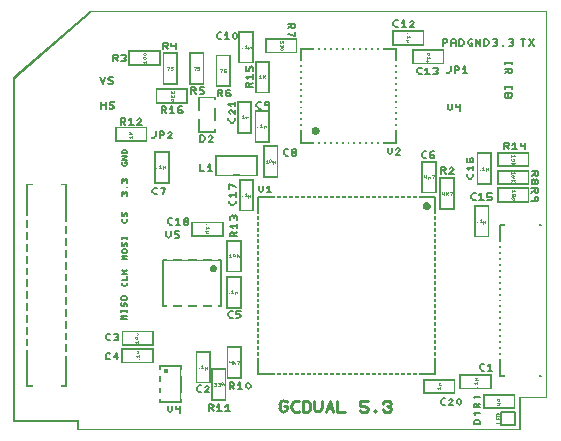
<source format=gto>
G04*
G04 Format:               Gerber RS-274X*
G04 Export Settings:      OSH Park*
G04 Layer:                TopSilkscreen*
G04 This File Name:       GC_DUAL_FINAL_testffc_ADV.gto*
G04 Source File Name:     GC_DUAL_FINAL_testffc_ADV.rrb*
G04 Unique ID:            4e2d7a6f-c949-47f3-acdd-e5fe3011063f*
G04 Generated Date:       Friday, 30 March 2018 12:58:07*
G04*
G04 Created Using:        Robot Room Copper Connection v3.0.5875*
G04 Software Contact:     http://www.robotroom.com/CopperConnection/Support.aspx*
G04 License Number:       1880*
G04*
G04 Zero Suppression:     Leading*
G04 Number Precision:     2.4*
G04*
%FSLAX24Y24*%
%MOIN*%
%LNTopSilkscreen*%
%ADD10C,.0032*%
%ADD11C,.0056*%
%ADD12C,.006*%
%ADD13C,.007*%
%ADD14C,.009*%
%ADD15C,.0571*%
%ADD16C,.1398*%
%ADD17R,.006X.006*%
%ADD18R,.007X.007*%
%ADD19R,.0453X.0453*%
%ADD20R,.0551X.0551*%
%ADD21R,.011X.0591*%
%ADD22R,.0118X.0551*%
%ADD23R,.0236X.061*%
%ADD24R,.0354X.0276*%
%ADD25R,.0354X.0354*%
%ADD26R,.0394X.0197*%
%ADD27R,.0492X.0118*%
%ADD28R,.0531X.061*%
%ADD29R,.0551X.0118*%
%ADD30R,.0591X.011*%
%ADD31R,.0603X.0787*%
%ADD32R,.063X.0157*%
%ADD33R,.0787X.0603*%
%ADD34R,.0945X.0709*%
%ADD35R,.1181X.0787*%
G36*
G01X11637Y7315D02*
X11594Y7321D01*
X11556Y7341D01*
X11525Y7371D01*
X11506Y7410D01*
X11499Y7452D01*
X11506Y7495D01*
X11525Y7533D01*
X11556Y7564D01*
X11594Y7584D01*
X11637Y7590D01*
X11679Y7584D01*
X11718Y7564D01*
X11748Y7533D01*
X11768Y7495D01*
X11774Y7452D01*
X11768Y7410D01*
X11748Y7371D01*
X11718Y7341D01*
X11679Y7321D01*
X11637Y7315D01*
G37*
G36*
G75*
X7931Y10088D02*
G02I0J-138D01*
G37*
G36*
G01X4398Y5361D02*
G02I123J0D01*
G37*
G36*
G01X2933Y2029D02*
G02I0J-79D01*
G37*
D10*
G01X12077Y1259D02*
X12081D01*
X12012Y1350D02*
X11978Y1385D01*
X12081D01*
Y1350D02*
Y1419D01*
X12029Y1545D02*
X12046D01*
G74*
G02X12081Y1510I0J34D01*
X12046Y1476I34J0D01*
G01X12029D01*
X12124D01*
X12029Y1545D02*
X12089D01*
X4548Y1565D02*
X4582D01*
X4591Y1564D01*
X4599Y1562D01*
X4606Y1558D01*
X4612Y1552D01*
X4615Y1546D01*
X4616Y1539D01*
X4615Y1533D01*
X4612Y1526D01*
X4606Y1521D01*
X4599Y1517D01*
X4591Y1514D01*
X4582D01*
X4591Y1513D01*
X4599Y1510D01*
X4606Y1506D01*
X4612Y1501D01*
X4615Y1494D01*
X4616Y1488D01*
X4615Y1481D01*
X4612Y1475D01*
X4606Y1469D01*
X4599Y1465D01*
X4591Y1463D01*
X4582Y1462D01*
X4548D01*
X4673Y1565D02*
X4707D01*
X4716Y1564D01*
X4725Y1562D01*
X4732Y1558D01*
X4737Y1552D01*
X4741Y1546D01*
X4742Y1539D01*
X4741Y1533D01*
X4737Y1526D01*
X4732Y1521D01*
X4725Y1517D01*
X4716Y1514D01*
X4707D01*
X4716Y1513D01*
X4725Y1510D01*
X4732Y1506D01*
X4737Y1501D01*
X4741Y1494D01*
X4742Y1488D01*
X4741Y1481D01*
X4737Y1475D01*
X4732Y1469D01*
X4725Y1465D01*
X4716Y1463D01*
X4707Y1462D01*
X4673D01*
X4798Y1531D02*
G02X4833Y1565I34J0D01*
X4867Y1531I0J34D01*
G01Y1496D01*
G02X4833Y1462I34J0D01*
X4798Y1496I0J34D01*
G01Y1531D01*
X5126Y2291D02*
Y2188D01*
Y2240D02*
X5057D01*
Y2291D01*
X5183D02*
Y2188D01*
X5252D02*
X5209Y2240D01*
X5252Y2291D01*
X5308D02*
X5377D01*
X5343Y2188D01*
X2031Y2337D02*
X2035D01*
X1966Y2428D02*
X1931Y2462D01*
X2035D01*
Y2428D02*
Y2496D01*
X1983Y2622D02*
X2000D01*
G02X2035Y2588I0J34D01*
X2000Y2553I34J0D01*
G01X1983D01*
X13295Y1433D02*
X13299D01*
X13230Y1524D02*
X13195Y1558D01*
X13299D01*
Y1524D02*
Y1593D01*
X13247Y1718D02*
X13264D01*
G02X13299Y1684I0J34D01*
X13264Y1649I34J0D01*
G01X13247D01*
X13342D01*
X13247Y1718D02*
X13307D01*
X1949Y2892D02*
X1915Y2927D01*
X2018D01*
Y2892D02*
Y2961D01*
X1949Y3018D02*
G02X1915Y3052I0J34D01*
X1949Y3086I34J0D01*
G01X1984D01*
G02X2018Y3052I0J34D01*
X1984Y3018I34J0D01*
G01X1949D01*
X1967Y3212D02*
X1984D01*
G02X2018Y3178I0J34D01*
X1984Y3143I34J0D01*
G01X1967D01*
X4026Y2042D02*
Y2039D01*
X4117Y2108D02*
X4152Y2142D01*
Y2039D01*
X4117D02*
X4186D01*
X4312Y2090D02*
Y2073D01*
G02X4277Y2039I34J0D01*
X4243Y2073I0J34D01*
G01Y2090D01*
Y1996D01*
X4312Y2090D02*
Y2030D01*
X5028Y4551D02*
Y4548D01*
X5119Y4617D02*
X5153Y4651D01*
Y4548D01*
X5119D02*
X5188D01*
X5313Y4600D02*
Y4582D01*
G02X5279Y4548I34J0D01*
X5244Y4582I0J34D01*
G01Y4600D01*
Y4505D01*
X5313Y4600D02*
Y4539D01*
X12222Y7917D02*
Y7814D01*
Y7866D02*
X12153D01*
Y7917D01*
X12278D02*
Y7814D01*
X12347D02*
X12304Y7866D01*
X12347Y7917D01*
X12404D02*
X12473D01*
X12438Y7814D01*
X11611Y8486D02*
Y8382D01*
Y8434D02*
X11542D01*
Y8486D01*
X11736Y8434D02*
Y8417D01*
G02X11702Y8382I34J0D01*
X11667Y8417I0J34D01*
G01Y8434D01*
Y8339D01*
X11736Y8434D02*
Y8374D01*
X11793Y8486D02*
X11862D01*
X11827Y8382D01*
X13305Y6912D02*
Y6909D01*
X13396Y6978D02*
X13431Y7012D01*
Y6909D01*
X13396D02*
X13465D01*
X13591Y6961D02*
Y6943D01*
G02X13556Y6909I34J0D01*
X13522Y6943I0J34D01*
G01Y6961D01*
Y6866D01*
X13591Y6961D02*
Y6900D01*
X5470Y7778D02*
Y7775D01*
X5562Y7844D02*
X5596Y7878D01*
Y7775D01*
X5562D02*
X5630D01*
X5756Y7827D02*
Y7809D01*
G02X5721Y7775I34J0D01*
X5687Y7809I0J34D01*
G01Y7827D01*
Y7732D01*
X5756Y7827D02*
Y7766D01*
X6266Y8963D02*
X6301Y8998D01*
Y8894D01*
X6266D02*
X6335D01*
X6392Y8963D02*
G02X6426Y8998I34J0D01*
X6461Y8963I0J34D01*
G01Y8929D01*
G02X6426Y8894I34J0D01*
X6392Y8929I0J34D01*
G01Y8963D01*
X6586Y8946D02*
Y8929D01*
G02X6552Y8894I34J0D01*
X6517Y8929I0J34D01*
G01Y8946D01*
Y8851D01*
X6586Y8946D02*
Y8886D01*
X10975Y13214D02*
X10971D01*
X11040Y13123D02*
X11075Y13089D01*
X10971D01*
Y13123D02*
Y13055D01*
X11023Y12929D02*
X11006D01*
G02X10971Y12964I0J34D01*
X11006Y12998I34J0D01*
G01X11023D01*
X10928D01*
X11023Y12929D02*
X10963D01*
X5474Y12717D02*
Y12713D01*
X5565Y12782D02*
X5600Y12817D01*
Y12713D01*
X5565D02*
X5634D01*
X5760Y12765D02*
Y12748D01*
G02X5725Y12713I34J0D01*
X5691Y12748I0J34D01*
G01Y12765D01*
Y12670D01*
X5760Y12765D02*
Y12705D01*
X2974Y12097D02*
X3043D01*
X3008Y11994D01*
X3134Y12045D02*
X3143D01*
X3151Y12042D01*
X3158Y12038D01*
X3164Y12032D01*
X3167Y12026D01*
X3168Y12020D01*
X3167Y12013D01*
X3164Y12007D01*
X3158Y12001D01*
X3151Y11997D01*
X3143Y11995D01*
X3134Y11994D01*
X3099D01*
X3134Y12045D02*
X3099D01*
Y12063D01*
Y12097D01*
X3168D01*
X3860D02*
X3928D01*
X3894Y11994D01*
X4020Y12045D02*
X4028D01*
X4037Y12042D01*
X4044Y12038D01*
X4049Y12032D01*
X4053Y12026D01*
X4054Y12020D01*
X4053Y12013D01*
X4049Y12007D01*
X4044Y12001D01*
X4037Y11997D01*
X4028Y11995D01*
X4020Y11994D01*
X3985D01*
X4020Y12045D02*
X3985D01*
Y12063D01*
Y12097D01*
X4054D01*
X4745Y12008D02*
X4814D01*
X4780Y11905D01*
X4905Y11956D02*
X4914D01*
X4923Y11953D01*
X4930Y11949D01*
X4935Y11944D01*
X4939Y11937D01*
X4940Y11931D01*
X4939Y11924D01*
X4935Y11918D01*
X4930Y11912D01*
X4923Y11908D01*
X4914Y11906D01*
X4905Y11905D01*
X4871D01*
X4905Y11956D02*
X4871D01*
Y11974D01*
Y12008D01*
X4940D01*
X2222Y12225D02*
X2187Y12259D01*
X2291D01*
Y12225D02*
Y12294D01*
X2222Y12350D02*
G02X2187Y12385I0J34D01*
X2222Y12419I34J0D01*
G01X2256D01*
G02X2291Y12385I0J34D01*
X2256Y12350I34J0D01*
G01X2222D01*
Y12476D02*
G02X2187Y12510I0J34D01*
X2222Y12545I34J0D01*
G01X2256D01*
G02X2291Y12510I0J34D01*
X2256Y12476I34J0D01*
G01X2222D01*
X14527Y8584D02*
X14562Y8550D01*
X14458D01*
Y8584D02*
Y8516D01*
X14527Y8459D02*
G02X14562Y8424I0J34D01*
X14527Y8390I34J0D01*
G01X14493D01*
G02X14458Y8424I0J34D01*
X14493Y8459I34J0D01*
G01X14527D01*
X14562Y8333D02*
X14458D01*
Y8265D02*
X14510Y8308D01*
X14562Y8265D01*
X14532Y7981D02*
X14567Y7947D01*
X14463D01*
Y7981D02*
Y7912D01*
X14515Y7821D02*
X14514Y7812D01*
X14512Y7804D01*
X14508Y7797D01*
X14502Y7791D01*
X14496Y7788D01*
X14489Y7787D01*
X14483Y7788D01*
X14476Y7791D01*
X14471Y7797D01*
X14467Y7804D01*
X14464Y7812D01*
X14463Y7821D01*
X14464Y7830D01*
X14467Y7838D01*
X14471Y7845D01*
X14476Y7851D01*
X14483Y7854D01*
X14489Y7856D01*
X14496Y7854D01*
X14502Y7851D01*
X14508Y7845D01*
X14512Y7838D01*
X14514Y7830D01*
X14515Y7821D01*
X14567D02*
X14566Y7812D01*
X14563Y7804D01*
X14559Y7797D01*
X14554Y7791D01*
X14548Y7788D01*
X14541Y7787D01*
X14534Y7788D01*
X14528Y7791D01*
X14523Y7797D01*
X14519Y7804D01*
X14516Y7812D01*
X14515Y7821D01*
X14516Y7830D01*
X14519Y7838D01*
X14523Y7845D01*
X14528Y7851D01*
X14534Y7854D01*
X14541Y7856D01*
X14548Y7854D01*
X14554Y7851D01*
X14559Y7845D01*
X14563Y7838D01*
X14566Y7830D01*
X14567Y7821D01*
X14532Y7730D02*
G02X14567Y7696I0J34D01*
X14532Y7661I34J0D01*
G01X14498D01*
G02X14463Y7696I0J34D01*
X14498Y7730I34J0D01*
G01X14532D01*
X14527Y9145D02*
X14562Y9111D01*
X14458D01*
Y9145D02*
Y9076D01*
X14527Y9020D02*
G02X14562Y8985I0J34D01*
X14527Y8951I34J0D01*
G01X14493D01*
G02X14458Y8985I0J34D01*
X14493Y9020I34J0D01*
G01X14527D01*
X14562Y8894D02*
X14458D01*
Y8825D02*
X14510Y8868D01*
X14562Y8825D01*
X13393Y8662D02*
Y8659D01*
X13484Y8728D02*
X13518Y8762D01*
Y8659D01*
X13484D02*
X13553D01*
X13678Y8710D02*
Y8693D01*
G02X13644Y8659I34J0D01*
X13609Y8693I0J34D01*
G01Y8710D01*
Y8616D01*
X13678Y8710D02*
Y8650D01*
X2621Y8732D02*
Y8729D01*
X2712Y8798D02*
X2746Y8832D01*
Y8729D01*
X2712D02*
X2781D01*
X2906Y8780D02*
Y8763D01*
G02X2872Y8729I34J0D01*
X2837Y8763I0J34D01*
G01Y8780D01*
Y8686D01*
X2906Y8780D02*
Y8720D01*
X5989Y10087D02*
Y10084D01*
X6080Y10153D02*
X6115Y10187D01*
Y10084D01*
X6080D02*
X6149D01*
X6275Y10135D02*
Y10118D01*
G02X6240Y10084I34J0D01*
X6206Y10118I0J34D01*
G01Y10135D01*
Y10041D01*
X6275Y10135D02*
Y10075D01*
X11644Y12645D02*
X11640D01*
X11709Y12554D02*
G02X11744Y12520I0J34D01*
X11709Y12485I34J0D01*
G01X11675D01*
G02X11640Y12520I0J34D01*
X11675Y12554I34J0D01*
G01X11709D01*
Y12429D02*
X11744Y12394D01*
X11640D01*
Y12429D02*
Y12360D01*
X11692Y12234D02*
X11675D01*
G02X11640Y12269I0J34D01*
X11675Y12303I34J0D01*
G01X11692D01*
X11597D01*
X11692Y12234D02*
X11632D01*
X13983Y897D02*
X14086D01*
X14034D02*
Y829D01*
X13983D01*
X14017Y954D02*
G02X13983Y989I0J34D01*
X14017Y1023I34J0D01*
G01X14052D01*
G02X14086Y989I0J34D01*
X14052Y954I34J0D01*
G01X14017D01*
X13955Y216D02*
X14059D01*
Y285D01*
Y411D02*
Y342D01*
X13955D01*
Y411D01*
X14007Y342D02*
Y393D01*
X13955Y467D02*
Y502D01*
G02X13990Y536I34J0D01*
G01X14024D01*
G02X14059Y502I0J34D01*
G01Y467D01*
X13955D01*
X1749Y9725D02*
X1714Y9760D01*
X1818D01*
Y9725D02*
Y9794D01*
X1714Y9851D02*
X1818D01*
Y9920D02*
X1766Y9876D01*
X1714Y9920D01*
X5050Y5822D02*
X5085Y5856D01*
Y5753D01*
X5050D02*
X5119D01*
X5176Y5822D02*
G02X5210Y5856I34J0D01*
X5245Y5822I0J34D01*
G01Y5787D01*
G02X5210Y5753I34J0D01*
X5176Y5787I0J34D01*
G01Y5822D01*
X5301Y5856D02*
Y5753D01*
X5370D02*
X5327Y5805D01*
X5370Y5856D01*
X4282Y6837D02*
X4278D01*
X4347Y6745D02*
X4382Y6711D01*
X4278D01*
Y6745D02*
Y6677D01*
X4330Y6551D02*
X4313D01*
G02X4278Y6586I0J34D01*
X4313Y6620I34J0D01*
G01X4330D01*
X4235D01*
X4330Y6551D02*
X4270D01*
X6799Y12923D02*
X6798Y12914D01*
X6795Y12906D01*
X6791Y12898D01*
X6786Y12893D01*
X6779Y12890D01*
X6773Y12888D01*
X6766Y12890D01*
X6760Y12893D01*
X6754Y12898D01*
X6750Y12906D01*
X6748Y12914D01*
X6747Y12923D01*
Y12957D01*
X6799Y12923D02*
Y12957D01*
X6816D01*
X6850D01*
Y12888D01*
Y12832D02*
Y12797D01*
X6849Y12788D01*
X6847Y12780D01*
X6843Y12773D01*
X6837Y12767D01*
X6831Y12764D01*
X6824Y12763D01*
X6818Y12764D01*
X6811Y12767D01*
X6806Y12773D01*
X6802Y12780D01*
X6799Y12788D01*
Y12797D01*
X6798Y12788D01*
X6795Y12780D01*
X6791Y12773D01*
X6786Y12767D01*
X6779Y12764D01*
X6773Y12763D01*
X6766Y12764D01*
X6760Y12767D01*
X6754Y12773D01*
X6750Y12780D01*
X6748Y12788D01*
X6747Y12797D01*
Y12832D01*
X6816Y12706D02*
G02X6850Y12672I0J34D01*
X6816Y12637I34J0D01*
G01X6781D01*
G02X6747Y12672I0J34D01*
X6781Y12706I34J0D01*
G01X6816D01*
X6055Y11786D02*
X6089Y11821D01*
Y11717D01*
X6055D02*
X6123D01*
X6180Y11821D02*
Y11717D01*
X6249D02*
X6206Y11769D01*
X6249Y11821D01*
X5470Y10448D02*
X5504Y10482D01*
Y10379D01*
X5470D02*
X5539D01*
X5664Y10431D02*
Y10413D01*
G02X5630Y10379I34J0D01*
X5595Y10413I0J34D01*
G01Y10431D01*
X3208Y11279D02*
Y11244D01*
Y11235D01*
X3205Y11227D01*
X3201Y11220D01*
X3196Y11214D01*
X3189Y11211D01*
X3183Y11210D01*
X3176Y11211D01*
X3170Y11214D01*
X3164Y11220D01*
X3160Y11227D01*
X3158Y11235D01*
X3157Y11244D01*
X3156Y11235D01*
X3153Y11227D01*
X3149Y11220D01*
X3144Y11214D01*
X3138Y11211D01*
X3131Y11210D01*
X3124Y11211D01*
X3118Y11214D01*
X3113Y11220D01*
X3109Y11227D01*
X3106Y11235D01*
X3105Y11244D01*
Y11279D01*
X3208Y11153D02*
Y11119D01*
Y11110D01*
X3205Y11101D01*
X3201Y11094D01*
X3196Y11089D01*
X3189Y11085D01*
X3183Y11084D01*
X3176Y11085D01*
X3170Y11089D01*
X3164Y11094D01*
X3160Y11101D01*
X3158Y11110D01*
X3157Y11119D01*
X3156Y11110D01*
X3153Y11101D01*
X3149Y11094D01*
X3144Y11089D01*
X3138Y11085D01*
X3131Y11084D01*
X3124Y11085D01*
X3118Y11089D01*
X3113Y11094D01*
X3109Y11101D01*
X3106Y11110D01*
X3105Y11119D01*
Y11153D01*
X3174Y11028D02*
G02X3208Y10993I0J34D01*
X3174Y10959I34J0D01*
G01X3140D01*
G02X3105Y10993I0J34D01*
X3140Y11028I34J0D01*
G01X3174D01*
D11*
X1572Y8876D02*
Y8905D01*
X1646D01*
Y8846D01*
G02X1587Y8787I59J0D01*
G01X1528D01*
G02X1469Y8846I0J59D01*
G01Y8905D01*
X1646Y9002D02*
X1469D01*
X1646Y9120D01*
X1469D01*
Y9217D02*
Y9276D01*
G02X1528Y9335I59J0D01*
G01X1587D01*
G02X1646Y9276I0J59D01*
G01Y9217D01*
X1469D01*
Y7803D02*
Y7862D01*
X1470Y7875D01*
X1474Y7888D01*
X1479Y7899D01*
X1486Y7908D01*
X1495Y7915D01*
X1513Y7921D01*
X1523Y7919D01*
X1533Y7915D01*
X1541Y7908D01*
X1548Y7898D01*
X1554Y7887D01*
X1558Y7862D01*
X1559Y7875D01*
X1562Y7888D01*
X1568Y7899D01*
X1575Y7908D01*
X1583Y7915D01*
X1602Y7921D01*
X1612Y7919D01*
X1621Y7915D01*
X1630Y7908D01*
X1637Y7898D01*
X1642Y7887D01*
X1646Y7862D01*
Y7803D01*
X1640Y8077D02*
X1646D01*
X1469Y8233D02*
Y8292D01*
X1470Y8305D01*
X1474Y8318D01*
X1479Y8329D01*
X1486Y8339D01*
X1495Y8346D01*
X1513Y8351D01*
X1523Y8350D01*
X1533Y8345D01*
X1541Y8338D01*
X1548Y8328D01*
X1554Y8317D01*
X1558Y8292D01*
X1559Y8305D01*
X1562Y8318D01*
X1568Y8329D01*
X1575Y8339D01*
X1583Y8346D01*
X1602Y8351D01*
X1612Y8350D01*
X1621Y8345D01*
X1630Y8338D01*
X1637Y8328D01*
X1642Y8317D01*
X1646Y8292D01*
Y8233D01*
Y7015D02*
Y6956D01*
G02X1587Y6897I59J0D01*
G01X1528D01*
G02X1469Y6956I0J59D01*
G01Y7015D01*
X1558Y7171D02*
X1559Y7185D01*
X1562Y7197D01*
X1568Y7209D01*
X1575Y7218D01*
X1583Y7225D01*
X1602Y7230D01*
X1612Y7229D01*
X1621Y7224D01*
X1630Y7217D01*
X1637Y7208D01*
X1642Y7196D01*
X1646Y7171D01*
Y7118D01*
G02X1640Y7112I6J0D01*
G01X1558Y7171D02*
X1557Y7158D01*
X1553Y7145D01*
X1548Y7134D01*
X1541Y7125D01*
X1532Y7118D01*
X1513Y7112D01*
X1503Y7114D01*
X1494Y7118D01*
X1485Y7126D01*
X1478Y7135D01*
X1473Y7147D01*
X1469Y7171D01*
Y7225D01*
G02X1475Y7230I6J0D01*
G01X1646Y5677D02*
X1469D01*
Y5686D01*
X1528Y5736D01*
X1469Y5786D01*
Y5795D01*
X1646D01*
X1469Y5921D02*
Y5980D01*
G02X1499Y6010I30J0D01*
G01X1617D01*
G02X1646Y5980I0J30D01*
G01Y5921D01*
G02X1617Y5892I30J0D01*
G01X1499D01*
G02X1469Y5921I0J30D01*
G01X1558Y6166D02*
X1559Y6179D01*
X1562Y6192D01*
X1568Y6203D01*
X1575Y6213D01*
X1583Y6220D01*
X1602Y6225D01*
X1612Y6224D01*
X1621Y6219D01*
X1630Y6212D01*
X1637Y6202D01*
X1642Y6191D01*
X1646Y6166D01*
Y6113D01*
G02X1640Y6107I6J0D01*
G01X1558Y6166D02*
X1557Y6153D01*
X1553Y6140D01*
X1548Y6129D01*
X1541Y6119D01*
X1532Y6112D01*
X1513Y6107D01*
X1503Y6109D01*
X1494Y6113D01*
X1485Y6120D01*
X1478Y6130D01*
X1473Y6141D01*
X1469Y6166D01*
Y6219D01*
G02X1475Y6225I6J0D01*
G01X1469Y6352D02*
Y6411D01*
X1646Y6352D02*
Y6411D01*
X1469Y6381D02*
X1646D01*
Y4889D02*
Y4830D01*
G02X1587Y4771I59J0D01*
G01X1528D01*
G02X1469Y4830I0J59D01*
G01Y4889D01*
Y4986D02*
X1646D01*
Y5105D01*
X1469Y5202D02*
X1646D01*
Y5320D02*
X1558Y5246D01*
X1469Y5320D01*
X1627Y3679D02*
X1450D01*
Y3688D01*
X1509Y3738D01*
X1450Y3789D01*
Y3797D01*
X1627D01*
X1450Y3924D02*
Y3983D01*
X1627Y3924D02*
Y3983D01*
X1450Y3954D02*
X1627D01*
X1538Y4169D02*
X1540Y4182D01*
X1543Y4195D01*
X1548Y4206D01*
X1556Y4215D01*
X1564Y4222D01*
X1583Y4228D01*
X1593Y4226D01*
X1602Y4222D01*
X1611Y4214D01*
X1618Y4205D01*
X1623Y4193D01*
X1627Y4169D01*
Y4115D01*
G02X1621Y4110I6J0D01*
G01X1538Y4169D02*
X1537Y4155D01*
X1534Y4143D01*
X1529Y4131D01*
X1521Y4122D01*
X1513Y4115D01*
X1494Y4110D01*
X1484Y4111D01*
X1475Y4116D01*
X1466Y4123D01*
X1459Y4132D01*
X1454Y4144D01*
X1450Y4169D01*
Y4222D01*
G02X1456Y4228I6J0D01*
G01X1450Y4354D02*
Y4413D01*
G02X1479Y4443I30J0D01*
G01X1598D01*
G02X1627Y4413I0J30D01*
G01Y4354D01*
G02X1598Y4325I30J0D01*
G01X1479D01*
G02X1450Y4354I0J30D01*
D12*
G01X6017Y7753D02*
Y1847D01*
X11922D02*
Y7753D01*
X6017D01*
Y1847D02*
X11922D01*
X14123Y591D02*
X14560D01*
Y142D01*
X14123D01*
Y591D01*
D13*
X14066Y1797D02*
Y6805D01*
X15444D01*
Y1797D02*
X14066D01*
X4778Y4116D02*
X2849D01*
Y5651D01*
X4778D01*
Y4116D01*
X4066Y8840D02*
Y8617D01*
X4215D01*
X4337Y8766D02*
X4411Y8840D01*
Y8617D01*
X4337D02*
X4486D01*
X6183Y8132D02*
Y7983D01*
G02X6109Y7909I74J0D01*
X6035Y7983I0J74D01*
G01Y8132D01*
X6306Y8057D02*
X6380Y8132D01*
Y7909D01*
X6306D02*
X6454D01*
X12246Y822D02*
X12172D01*
G02X12098Y896I0J74D01*
G01Y971D01*
G02X12172Y1045I74J0D01*
G01X12246D01*
X12369Y971D02*
G02X12443Y1045I74J0D01*
X12517Y971I0J74D01*
G01X12369Y822D01*
X12517D01*
X12640Y971D02*
G02X12714Y1045I74J0D01*
X12788Y971I0J74D01*
G01Y896D01*
G02X12714Y822I74J0D01*
X12640Y896I0J74D01*
G01Y971D01*
X4380Y615D02*
Y838D01*
X4454D01*
X4468Y837D01*
X4481Y834D01*
X4494Y829D01*
X4505Y823D01*
X4514Y815D01*
X4521Y806D01*
X4526Y797D01*
X4529Y782D01*
X4527Y772D01*
X4524Y762D01*
X4517Y752D01*
X4509Y744D01*
X4499Y737D01*
X4487Y732D01*
X4474Y728D01*
X4454Y726D01*
X4380D01*
X4436D02*
X4529Y615D01*
X4651Y763D02*
X4725Y838D01*
Y615D01*
X4651D02*
X4800D01*
X4922Y763D02*
X4996Y838D01*
Y615D01*
X4922D02*
X5070D01*
X5069Y1353D02*
Y1576D01*
X5143D01*
X5157Y1575D01*
X5170Y1572D01*
X5183Y1568D01*
X5194Y1561D01*
X5203Y1554D01*
X5210Y1545D01*
X5215Y1535D01*
X5218Y1520D01*
X5216Y1510D01*
X5213Y1500D01*
X5206Y1491D01*
X5198Y1482D01*
X5188Y1475D01*
X5176Y1470D01*
X5163Y1466D01*
X5143Y1464D01*
X5069D01*
X5125D02*
X5218Y1353D01*
X5340Y1502D02*
X5414Y1576D01*
Y1353D01*
X5340D02*
X5489D01*
X5611Y1502D02*
G02X5685Y1576I74J0D01*
X5760Y1502I0J74D01*
G01Y1427D01*
G02X5685Y1353I74J0D01*
X5611Y1427I0J74D01*
G01Y1502D01*
X3151Y789D02*
Y640D01*
G02X3076Y566I74J0D01*
X3002Y640I0J74D01*
G01Y789D01*
X3422D02*
Y566D01*
Y677D02*
X3273D01*
Y789D01*
X12176Y12790D02*
Y13014D01*
X12251D01*
X12265Y13013D01*
X12278Y13010D01*
X12290Y13005D01*
X12301Y12999D01*
X12310Y12991D01*
X12318Y12982D01*
X12322Y12973D01*
X12325Y12958D01*
X12324Y12947D01*
X12320Y12938D01*
X12314Y12928D01*
X12305Y12920D01*
X12295Y12913D01*
X12283Y12908D01*
X12270Y12904D01*
X12251Y12902D01*
X12176D01*
X12447Y12790D02*
Y12976D01*
G02X12484Y13014I37J0D01*
G01X12559D01*
G02X12596Y12976I0J37D01*
G01Y12790D01*
X12447Y12902D02*
X12596D01*
X12718Y13014D02*
X12793D01*
G02X12867Y12939I0J74D01*
G01Y12865D01*
G02X12793Y12790I74J0D01*
G01X12718D01*
Y13014D01*
X13830Y13019D02*
X13904D01*
X13918Y13018D01*
X13931Y13015D01*
X13944Y13011D01*
X13955Y13004D01*
X13964Y12997D01*
X13971Y12988D01*
X13976Y12978D01*
X13979Y12963D01*
X13977Y12953D01*
X13974Y12943D01*
X13967Y12934D01*
X13959Y12926D01*
X13949Y12919D01*
X13937Y12913D01*
X13924Y12910D01*
X13904Y12908D01*
X13918Y12907D01*
X13931Y12904D01*
X13944Y12899D01*
X13955Y12893D01*
X13964Y12885D01*
X13971Y12876D01*
X13976Y12867D01*
X13979Y12852D01*
X13977Y12842D01*
X13974Y12832D01*
X13967Y12822D01*
X13959Y12814D01*
X13949Y12807D01*
X13937Y12802D01*
X13924Y12798D01*
X13904Y12796D01*
X13830D01*
X14175Y12804D02*
Y12796D01*
X14372Y13019D02*
X14446D01*
X14460Y13018D01*
X14473Y13015D01*
X14486Y13011D01*
X14496Y13004D01*
X14506Y12997D01*
X14513Y12988D01*
X14518Y12978D01*
X14520Y12963D01*
X14519Y12953D01*
X14515Y12943D01*
X14509Y12934D01*
X14501Y12926D01*
X14490Y12919D01*
X14479Y12913D01*
X14466Y12910D01*
X14446Y12908D01*
X14460Y12907D01*
X14473Y12904D01*
X14486Y12899D01*
X14496Y12893D01*
X14506Y12885D01*
X14513Y12876D01*
X14518Y12867D01*
X14520Y12852D01*
X14519Y12842D01*
X14515Y12832D01*
X14509Y12822D01*
X14501Y12814D01*
X14490Y12807D01*
X14479Y12802D01*
X14466Y12798D01*
X14446Y12796D01*
X14372D01*
X13115Y12889D02*
X13152D01*
Y12796D01*
X13078D01*
G02X13003Y12870I0J74D01*
G01Y12945D01*
G02X13078Y13019I74J0D01*
G01X13152D01*
X13274Y12796D02*
Y13019D01*
X13423Y12796D01*
Y13019D01*
X13545D02*
X13619D01*
G02X13694Y12945I0J74D01*
G01Y12870D01*
G02X13619Y12796I74J0D01*
G01X13545D01*
Y13019D01*
X14775Y13014D02*
X14924D01*
X14849D02*
Y12790D01*
X15046Y13014D02*
X15194Y12790D01*
Y13014D02*
X15046Y12790D01*
X1084Y2535D02*
X1041Y2560D01*
X999D01*
X957Y2535D01*
X935Y2486D01*
Y2412D01*
X957Y2361D01*
X999Y2337D01*
X1041D01*
X1084Y2361D01*
X1299Y2337D02*
Y2560D01*
X1206Y2412D01*
X1355D01*
X13546Y1964D02*
X13471D01*
G02X13397Y2038I0J74D01*
G01Y2112D01*
G02X13471Y2187I74J0D01*
G01X13546D01*
X13668Y2112D02*
X13742Y2187D01*
Y1964D01*
X13668D02*
X13817D01*
X1084Y2977D02*
X1009D01*
G02X935Y3051I0J74D01*
G01Y3126D01*
G02X1009Y3200I74J0D01*
G01X1084D01*
X1206D02*
X1280D01*
X1294Y3199D01*
X1307Y3196D01*
X1320Y3192D01*
X1331Y3185D01*
X1340Y3178D01*
X1347Y3169D01*
X1352Y3159D01*
X1355Y3144D01*
X1353Y3134D01*
X1350Y3124D01*
X1343Y3115D01*
X1335Y3106D01*
X1325Y3100D01*
X1313Y3094D01*
X1300Y3090D01*
X1280Y3088D01*
X1294D01*
X1307Y3085D01*
X1320Y3080D01*
X1331Y3074D01*
X1340Y3066D01*
X1347Y3057D01*
X1352Y3047D01*
X1355Y3033D01*
X1353Y3022D01*
X1350Y3012D01*
X1343Y3003D01*
X1335Y2995D01*
X1325Y2988D01*
X1313Y2983D01*
X1300Y2979D01*
X1280Y2977D01*
X1206D01*
X4115Y1255D02*
X4040D01*
G02X3966Y1329I0J74D01*
G01Y1403D01*
G02X4040Y1478I74J0D01*
G01X4115D01*
X4237Y1403D02*
G02X4311Y1478I74J0D01*
X4386Y1403I0J74D01*
G01X4237Y1255D01*
X4386D01*
X5160Y3735D02*
X5085D01*
G02X5011Y3810I0J74D01*
G01Y3884D01*
G02X5085Y3958I74J0D01*
G01X5160D01*
X5356Y3847D02*
X5370Y3846D01*
X5383Y3843D01*
X5396Y3838D01*
X5407Y3832D01*
X5416Y3824D01*
X5423Y3816D01*
X5428Y3806D01*
X5431Y3791D01*
X5429Y3781D01*
X5426Y3771D01*
X5419Y3762D01*
X5411Y3753D01*
X5401Y3746D01*
X5389Y3741D01*
X5376Y3737D01*
X5356Y3735D01*
X5282D01*
X5356Y3847D02*
X5282D01*
Y3884D01*
Y3958D01*
X5431D01*
X12118Y8526D02*
Y8749D01*
X12193D01*
X12206Y8748D01*
X12220Y8745D01*
X12232Y8740D01*
X12243Y8734D01*
X12252Y8726D01*
X12259Y8717D01*
X12264Y8708D01*
X12267Y8693D01*
X12266Y8683D01*
X12262Y8673D01*
X12256Y8663D01*
X12247Y8655D01*
X12237Y8648D01*
X12225Y8643D01*
X12212Y8639D01*
X12193Y8637D01*
X12118D01*
X12174D02*
X12267Y8526D01*
X12389Y8674D02*
G02X12463Y8749I74J0D01*
X12538Y8674I0J74D01*
G01X12389Y8526D01*
X12538D01*
X11616Y9050D02*
X11542D01*
G02X11468Y9125I0J74D01*
G01Y9199D01*
G02X11542Y9273I74J0D01*
G01X11616D01*
X11739Y9162D02*
X11813D01*
X11827Y9161D01*
X11840Y9158D01*
X11852Y9153D01*
X11863Y9147D01*
X11873Y9139D01*
X11880Y9131D01*
X11885Y9121D01*
X11887Y9106D01*
X11886Y9096D01*
X11882Y9086D01*
X11876Y9077D01*
X11868Y9068D01*
X11857Y9061D01*
X11846Y9056D01*
X11833Y9052D01*
X11813Y9050D01*
X11799Y9051D01*
X11786Y9054D01*
X11774Y9059D01*
X11763Y9065D01*
X11753Y9073D01*
X11746Y9082D01*
X11741Y9091D01*
X11739Y9106D01*
Y9199D01*
Y9218D02*
X11740Y9228D01*
X11744Y9238D01*
X11750Y9247D01*
X11758Y9255D01*
X11769Y9262D01*
X11780Y9268D01*
X11793Y9271D01*
X11813Y9273D01*
X11869D01*
X13261Y7655D02*
X13187D01*
G02X13112Y7729I0J74D01*
G01Y7804D01*
G02X13187Y7878I74J0D01*
G01X13261D01*
X13383Y7804D02*
X13458Y7878D01*
Y7655D01*
X13383D02*
X13532D01*
X13729Y7766D02*
X13742Y7765D01*
X13756Y7762D01*
X13768Y7758D01*
X13779Y7752D01*
X13788Y7744D01*
X13795Y7735D01*
X13800Y7725D01*
X13803Y7711D01*
X13802Y7700D01*
X13798Y7690D01*
X13792Y7681D01*
X13783Y7673D01*
X13773Y7666D01*
X13761Y7660D01*
X13748Y7657D01*
X13729Y7655D01*
X13654D01*
X13729Y7766D02*
X13654D01*
Y7804D01*
Y7878D01*
X13803D01*
X5265Y7633D02*
Y7559D01*
G02X5190Y7484I74J0D01*
G01X5116D01*
G02X5041Y7559I0J74D01*
G01Y7633D01*
X5116Y7755D02*
X5041Y7829D01*
X5265D01*
Y7755D02*
Y7904D01*
X5041Y8026D02*
Y8175D01*
X5265Y8100D01*
X7010Y9129D02*
X6936D01*
G02X6861Y9203I0J74D01*
G01Y9278D01*
G02X6936Y9352I74J0D01*
G01X7010D01*
X7207Y9241D02*
X7221Y9240D01*
X7234Y9237D01*
X7246Y9232D01*
X7257Y9226D01*
X7266Y9218D01*
X7274Y9209D01*
X7278Y9200D01*
X7281Y9185D01*
X7280Y9174D01*
X7276Y9165D01*
X7270Y9155D01*
X7261Y9147D01*
X7251Y9140D01*
X7239Y9135D01*
X7226Y9131D01*
X7207Y9129D01*
X7193Y9130D01*
X7180Y9133D01*
X7167Y9138D01*
X7156Y9144D01*
X7147Y9151D01*
X7140Y9160D01*
X7135Y9170D01*
X7132Y9185D01*
X7134Y9195D01*
X7137Y9205D01*
X7144Y9214D01*
X7152Y9223D01*
X7162Y9230D01*
X7174Y9235D01*
X7187Y9239D01*
X7207Y9241D01*
Y9352D02*
X7221Y9351D01*
X7234Y9348D01*
X7246Y9344D01*
X7257Y9337D01*
X7266Y9330D01*
X7274Y9321D01*
X7278Y9311D01*
X7281Y9296D01*
X7280Y9286D01*
X7276Y9276D01*
X7270Y9267D01*
X7261Y9259D01*
X7251Y9252D01*
X7239Y9246D01*
X7226Y9243D01*
X7207Y9241D01*
X7193Y9242D01*
X7180Y9244D01*
X7167Y9249D01*
X7156Y9255D01*
X7147Y9263D01*
X7140Y9272D01*
X7135Y9282D01*
X7132Y9296D01*
X7134Y9307D01*
X7137Y9317D01*
X7144Y9326D01*
X7152Y9334D01*
X7162Y9341D01*
X7174Y9347D01*
X7187Y9350D01*
X7207Y9352D01*
X10672Y13420D02*
X10597D01*
G02X10523Y13495I0J74D01*
G01Y13569D01*
G02X10597Y13643I74J0D01*
G01X10672D01*
X10794Y13569D02*
X10868Y13643D01*
Y13420D01*
X10794D02*
X10943D01*
X11065Y13569D02*
G02X11139Y13643I74J0D01*
X11214Y13569I0J74D01*
G01X11065Y13420D01*
X11214D01*
X4775Y13015D02*
X4700D01*
G02X4626Y13089I0J74D01*
G01Y13164D01*
G02X4700Y13238I74J0D01*
G01X4775D01*
X4897Y13164D02*
X4971Y13238D01*
Y13015D01*
X4897D02*
X5046D01*
X5168Y13164D02*
G02X5242Y13238I74J0D01*
X5317Y13164I0J74D01*
G01Y13089D01*
G02X5242Y13015I74J0D01*
X5168Y13089I0J74D01*
G01Y13164D01*
X2854Y12671D02*
Y12894D01*
X2929D01*
X2942Y12893D01*
X2956Y12890D01*
X2968Y12885D01*
X2979Y12879D01*
X2988Y12871D01*
X2996Y12862D01*
X3000Y12853D01*
X3003Y12838D01*
X3002Y12828D01*
X2998Y12818D01*
X2992Y12808D01*
X2983Y12800D01*
X2973Y12793D01*
X2961Y12788D01*
X2948Y12784D01*
X2929Y12782D01*
X2854D01*
X2910D02*
X3003Y12671D01*
X3274Y12894D02*
Y12671D01*
Y12782D02*
X3125D01*
Y12894D01*
X3789Y11195D02*
Y11419D01*
X3864D01*
X3878Y11418D01*
X3891Y11415D01*
X3903Y11410D01*
X3914Y11404D01*
X3923Y11396D01*
X3931Y11387D01*
X3935Y11378D01*
X3938Y11363D01*
X3937Y11352D01*
X3933Y11342D01*
X3927Y11333D01*
X3918Y11325D01*
X3908Y11318D01*
X3896Y11313D01*
X3883Y11309D01*
X3864Y11307D01*
X3789D01*
X3845D02*
X3938Y11195D01*
X4135Y11307D02*
X4148Y11306D01*
X4162Y11303D01*
X4174Y11298D01*
X4185Y11292D01*
X4194Y11284D01*
X4202Y11276D01*
X4206Y11266D01*
X4209Y11251D01*
X4208Y11241D01*
X4204Y11231D01*
X4198Y11222D01*
X4189Y11213D01*
X4179Y11206D01*
X4167Y11201D01*
X4154Y11197D01*
X4135Y11195D01*
X4060D01*
X4135Y11307D02*
X4060D01*
Y11344D01*
Y11419D01*
X4209D01*
X4675Y11106D02*
Y11330D01*
X4750D01*
X4763Y11329D01*
X4777Y11326D01*
X4789Y11321D01*
X4800Y11315D01*
X4809Y11307D01*
X4816Y11298D01*
X4821Y11289D01*
X4824Y11274D01*
X4823Y11263D01*
X4819Y11253D01*
X4813Y11244D01*
X4804Y11236D01*
X4794Y11229D01*
X4782Y11224D01*
X4769Y11220D01*
X4750Y11218D01*
X4675D01*
X4731D02*
X4824Y11106D01*
X4946Y11218D02*
X5021D01*
X5034Y11217D01*
X5048Y11214D01*
X5060Y11210D01*
X5071Y11203D01*
X5080Y11196D01*
X5087Y11187D01*
X5092Y11177D01*
X5095Y11162D01*
X5094Y11152D01*
X5090Y11142D01*
X5084Y11133D01*
X5075Y11124D01*
X5065Y11117D01*
X5053Y11112D01*
X5040Y11108D01*
X5021Y11106D01*
X5007Y11107D01*
X4993Y11110D01*
X4981Y11115D01*
X4970Y11121D01*
X4961Y11129D01*
X4954Y11138D01*
X4949Y11147D01*
X4946Y11162D01*
Y11255D01*
Y11274D02*
X4947Y11284D01*
X4951Y11294D01*
X4957Y11303D01*
X4966Y11312D01*
X4976Y11319D01*
X4988Y11324D01*
X5001Y11328D01*
X5021Y11330D01*
X5076D01*
X1181Y12278D02*
Y12501D01*
X1255D01*
X1269Y12500D01*
X1283Y12497D01*
X1295Y12493D01*
X1306Y12486D01*
X1315Y12479D01*
X1322Y12470D01*
X1327Y12460D01*
X1330Y12445D01*
X1329Y12435D01*
X1325Y12425D01*
X1319Y12416D01*
X1310Y12408D01*
X1300Y12401D01*
X1288Y12395D01*
X1275Y12392D01*
X1255Y12390D01*
X1181D01*
X1237D02*
X1330Y12278D01*
X1452Y12501D02*
X1526D01*
X1540Y12500D01*
X1553Y12497D01*
X1566Y12493D01*
X1577Y12486D01*
X1586Y12479D01*
X1593Y12470D01*
X1598Y12460D01*
X1601Y12445D01*
X1600Y12435D01*
X1596Y12425D01*
X1589Y12416D01*
X1581Y12408D01*
X1571Y12401D01*
X1559Y12395D01*
X1546Y12392D01*
X1526Y12390D01*
X1540Y12389D01*
X1553Y12386D01*
X1566Y12381D01*
X1577Y12375D01*
X1586Y12367D01*
X1593Y12358D01*
X1598Y12349D01*
X1601Y12334D01*
X1600Y12324D01*
X1596Y12314D01*
X1589Y12304D01*
X1581Y12296D01*
X1571Y12289D01*
X1559Y12284D01*
X1546Y12280D01*
X1526Y12278D01*
X1452D01*
X15126Y8611D02*
X15349D01*
Y8537D01*
X15348Y8523D01*
X15345Y8510D01*
X15340Y8497D01*
X15334Y8486D01*
X15326Y8477D01*
X15318Y8470D01*
X15308Y8465D01*
X15293Y8462D01*
X15283Y8464D01*
X15273Y8467D01*
X15263Y8474D01*
X15255Y8482D01*
X15248Y8492D01*
X15243Y8504D01*
X15239Y8517D01*
X15237Y8537D01*
Y8611D01*
Y8555D02*
X15126Y8462D01*
X15237Y8266D02*
X15236Y8252D01*
X15233Y8239D01*
X15229Y8226D01*
X15223Y8215D01*
X15215Y8206D01*
X15206Y8199D01*
X15196Y8194D01*
X15181Y8191D01*
X15171Y8193D01*
X15161Y8197D01*
X15152Y8203D01*
X15144Y8211D01*
X15137Y8221D01*
X15131Y8233D01*
X15128Y8246D01*
X15126Y8266D01*
X15127Y8280D01*
X15130Y8293D01*
X15134Y8305D01*
X15140Y8316D01*
X15148Y8325D01*
X15157Y8333D01*
X15167Y8338D01*
X15181Y8340D01*
X15192Y8339D01*
X15202Y8335D01*
X15211Y8329D01*
X15219Y8321D01*
X15226Y8310D01*
X15232Y8298D01*
X15235Y8285D01*
X15237Y8266D01*
X15349D02*
X15348Y8252D01*
X15345Y8239D01*
X15340Y8226D01*
X15334Y8215D01*
X15326Y8206D01*
X15318Y8199D01*
X15308Y8194D01*
X15293Y8191D01*
X15283Y8193D01*
X15273Y8197D01*
X15263Y8203D01*
X15255Y8211D01*
X15248Y8221D01*
X15243Y8233D01*
X15239Y8246D01*
X15237Y8266D01*
X15238Y8280D01*
X15241Y8293D01*
X15246Y8305D01*
X15252Y8316D01*
X15260Y8325D01*
X15269Y8333D01*
X15278Y8338D01*
X15293Y8340D01*
X15303Y8339D01*
X15313Y8335D01*
X15323Y8329D01*
X15331Y8321D01*
X15338Y8310D01*
X15343Y8298D01*
X15347Y8285D01*
X15349Y8266D01*
X15121Y8039D02*
X15344D01*
Y7965D01*
X15343Y7951D01*
X15340Y7938D01*
X15336Y7926D01*
X15329Y7915D01*
X15322Y7905D01*
X15313Y7898D01*
X15303Y7893D01*
X15288Y7891D01*
X15278Y7892D01*
X15268Y7896D01*
X15259Y7902D01*
X15251Y7910D01*
X15244Y7921D01*
X15238Y7932D01*
X15235Y7945D01*
X15233Y7965D01*
Y8039D01*
Y7984D02*
X15121Y7891D01*
X15344Y7694D02*
X15343Y7680D01*
X15340Y7667D01*
X15336Y7655D01*
X15329Y7644D01*
X15322Y7634D01*
X15313Y7627D01*
X15303Y7622D01*
X15288Y7620D01*
X15278Y7621D01*
X15268Y7625D01*
X15259Y7631D01*
X15251Y7639D01*
X15244Y7650D01*
X15238Y7662D01*
X15235Y7674D01*
X15233Y7694D01*
X15234Y7708D01*
X15236Y7721D01*
X15241Y7734D01*
X15247Y7745D01*
X15255Y7754D01*
X15264Y7761D01*
X15274Y7766D01*
X15288Y7768D01*
X15299Y7767D01*
X15309Y7763D01*
X15318Y7757D01*
X15326Y7749D01*
X15333Y7739D01*
X15339Y7727D01*
X15342Y7714D01*
X15344Y7694D01*
X15288Y7620D02*
X15121D01*
X14218Y9346D02*
Y9569D01*
X14292D01*
X14306Y9568D01*
X14319Y9565D01*
X14331Y9560D01*
X14342Y9554D01*
X14352Y9546D01*
X14359Y9538D01*
X14364Y9528D01*
X14366Y9513D01*
X14365Y9503D01*
X14361Y9493D01*
X14355Y9484D01*
X14347Y9475D01*
X14336Y9468D01*
X14325Y9463D01*
X14312Y9459D01*
X14292Y9457D01*
X14218D01*
X14273D02*
X14366Y9346D01*
X14488Y9495D02*
X14563Y9569D01*
Y9346D01*
X14488D02*
X14637D01*
X14908Y9569D02*
Y9346D01*
Y9457D02*
X14759D01*
Y9569D01*
X13187Y8517D02*
Y8442D01*
G02X13113Y8368I74J0D01*
G01X13038D01*
G02X12964Y8442I0J74D01*
G01Y8517D01*
X13038Y8639D02*
X12964Y8713D01*
X13187D01*
Y8639D02*
Y8788D01*
X13075Y8910D02*
Y8984D01*
X13076Y8998D01*
X13079Y9011D01*
X13084Y9024D01*
X13090Y9035D01*
X13098Y9044D01*
X13107Y9051D01*
X13116Y9056D01*
X13131Y9059D01*
X13141Y9057D01*
X13151Y9053D01*
X13161Y9047D01*
X13169Y9039D01*
X13176Y9029D01*
X13181Y9017D01*
X13185Y9004D01*
X13187Y8984D01*
X13186Y8970D01*
X13183Y8957D01*
X13178Y8945D01*
X13172Y8934D01*
X13164Y8924D01*
X13156Y8917D01*
X13146Y8912D01*
X13131Y8910D01*
X13038D01*
X13020D02*
X13009Y8911D01*
X12999Y8915D01*
X12990Y8921D01*
X12982Y8929D01*
X12975Y8940D01*
X12969Y8952D01*
X12966Y8964D01*
X12964Y8984D01*
Y9040D01*
X2639Y7837D02*
X2565D01*
G02X2490Y7912I0J74D01*
G01Y7986D01*
G02X2565Y8061I74J0D01*
G01X2639D01*
X2761D02*
X2910D01*
X2835Y7837D01*
X6103Y10702D02*
X6029D01*
G02X5955Y10776I0J74D01*
G01Y10851D01*
G02X6029Y10925I74J0D01*
G01X6103D01*
X6300D02*
X6314Y10924D01*
X6327Y10921D01*
X6339Y10917D01*
X6350Y10910D01*
X6360Y10903D01*
X6367Y10894D01*
X6372Y10884D01*
X6374Y10869D01*
X6373Y10859D01*
X6369Y10849D01*
X6363Y10840D01*
X6355Y10832D01*
X6344Y10825D01*
X6333Y10819D01*
X6320Y10816D01*
X6300Y10814D01*
X6286Y10815D01*
X6273Y10817D01*
X6261Y10822D01*
X6250Y10828D01*
X6240Y10836D01*
X6233Y10845D01*
X6228Y10855D01*
X6226Y10869D01*
X6227Y10880D01*
X6231Y10890D01*
X6237Y10899D01*
X6245Y10907D01*
X6256Y10914D01*
X6267Y10920D01*
X6280Y10923D01*
X6300Y10925D01*
X6374Y10869D02*
Y10702D01*
X11459Y11846D02*
X11385D01*
G02X11310Y11920I0J74D01*
G01Y11994D01*
G02X11385Y12069I74J0D01*
G01X11459D01*
X11581Y11994D02*
X11656Y12069D01*
Y11846D01*
X11581D02*
X11730D01*
X11852Y12069D02*
X11927D01*
X11940Y12068D01*
X11954Y12065D01*
X11966Y12060D01*
X11977Y12054D01*
X11986Y12046D01*
X11993Y12037D01*
X11998Y12028D01*
X12001Y12013D01*
X12000Y12003D01*
X11996Y11993D01*
X11990Y11983D01*
X11981Y11975D01*
X11971Y11968D01*
X11959Y11963D01*
X11946Y11959D01*
X11927Y11957D01*
X11940Y11956D01*
X11954Y11953D01*
X11966Y11949D01*
X11977Y11942D01*
X11986Y11935D01*
X11993Y11926D01*
X11998Y11916D01*
X12001Y11901D01*
X12000Y11891D01*
X11996Y11881D01*
X11990Y11872D01*
X11981Y11864D01*
X11971Y11857D01*
X11959Y11851D01*
X11946Y11848D01*
X11927Y11846D01*
X11852D01*
X14460Y12253D02*
Y12178D01*
X14237Y12253D02*
Y12178D01*
X14460Y12215D02*
X14237D01*
Y12019D02*
X14460D01*
Y11945D01*
X14459Y11931D01*
X14456Y11917D01*
X14451Y11905D01*
X14445Y11894D01*
X14437Y11885D01*
X14429Y11878D01*
X14419Y11873D01*
X14404Y11870D01*
X14394Y11871D01*
X14384Y11875D01*
X14375Y11881D01*
X14366Y11890D01*
X14359Y11900D01*
X14354Y11912D01*
X14350Y11925D01*
X14348Y11945D01*
Y12019D01*
Y11963D02*
X14237Y11870D01*
X14460Y11441D02*
Y11367D01*
X14237Y11441D02*
Y11367D01*
X14460Y11404D02*
X14237D01*
X14348Y11207D02*
Y11133D01*
X14347Y11119D01*
X14345Y11106D01*
X14340Y11093D01*
X14334Y11082D01*
X14326Y11073D01*
X14317Y11066D01*
X14307Y11061D01*
X14293Y11059D01*
X14282Y11060D01*
X14272Y11064D01*
X14263Y11070D01*
X14255Y11078D01*
X14248Y11088D01*
X14242Y11100D01*
X14239Y11113D01*
X14237Y11133D01*
Y11207D01*
X14460D01*
Y11133D01*
X14459Y11119D01*
X14456Y11106D01*
X14451Y11093D01*
X14445Y11082D01*
X14437Y11073D01*
X14429Y11066D01*
X14419Y11061D01*
X14404Y11059D01*
X14394Y11060D01*
X14384Y11064D01*
X14375Y11070D01*
X14366Y11078D01*
X14359Y11088D01*
X14354Y11100D01*
X14350Y11113D01*
X14348Y11133D01*
X13423Y740D02*
X13200D01*
Y826D01*
X13225Y869D01*
X13300D01*
X13325Y826D01*
Y740D01*
Y804D02*
X13423Y869D01*
X13250Y1054D02*
X13200Y1097D01*
X13423D01*
Y189D02*
X13200D01*
Y253D01*
X13225Y296D01*
X13274Y318D01*
X13349D01*
X13399Y296D01*
X13423Y253D01*
Y189D01*
X13250Y503D02*
X13200Y546D01*
X13423D01*
X10475Y9392D02*
Y9243D01*
G02X10400Y9168I74J0D01*
X10326Y9243I0J74D01*
G01Y9392D01*
X10597Y9317D02*
G02X10671Y9392I74J0D01*
X10746Y9317I0J74D01*
G01X10597Y9168D01*
X10746D01*
X12483Y10848D02*
Y10699D01*
G02X12408Y10625I74J0D01*
X12334Y10699I0J74D01*
G01Y10848D01*
X12754D02*
Y10625D01*
Y10737D02*
X12605D01*
Y10848D01*
X3106Y6616D02*
Y6467D01*
G02X3032Y6393I74J0D01*
X2958Y6467I0J74D01*
G01Y6616D01*
X3303Y6505D02*
X3317Y6504D01*
X3330Y6501D01*
X3342Y6496D01*
X3353Y6490D01*
X3363Y6482D01*
X3370Y6473D01*
X3375Y6464D01*
X3377Y6449D01*
X3376Y6439D01*
X3372Y6429D01*
X3366Y6419D01*
X3358Y6411D01*
X3347Y6404D01*
X3336Y6399D01*
X3323Y6395D01*
X3303Y6393D01*
X3229D01*
X3303Y6505D02*
X3229D01*
Y6542D01*
Y6616D01*
X3377D01*
X12443Y12108D02*
Y11959D01*
G02X12369Y11885I74J0D01*
G01X12355Y11886D01*
X12342Y11888D01*
X12329Y11891D01*
X12318Y11895D01*
X12309Y11900D01*
X12302Y11906D01*
X12297Y11912D01*
X12295Y11922D01*
X12565Y11885D02*
Y12108D01*
X12640D01*
X12654Y12107D01*
X12667Y12104D01*
X12679Y12100D01*
X12690Y12093D01*
X12699Y12086D01*
X12707Y12077D01*
X12711Y12067D01*
X12714Y12052D01*
X12713Y12042D01*
X12709Y12032D01*
X12703Y12023D01*
X12694Y12014D01*
X12684Y12008D01*
X12672Y12002D01*
X12659Y11998D01*
X12640Y11997D01*
X12565D01*
X12836Y12034D02*
X12911Y12108D01*
Y11885D01*
X12836D02*
X12985D01*
X1440Y10158D02*
Y10381D01*
X1514D01*
X1528Y10380D01*
X1541Y10377D01*
X1554Y10372D01*
X1565Y10366D01*
X1574Y10358D01*
X1581Y10349D01*
X1586Y10340D01*
X1589Y10325D01*
X1587Y10315D01*
X1584Y10305D01*
X1577Y10295D01*
X1569Y10287D01*
X1559Y10280D01*
X1547Y10275D01*
X1534Y10271D01*
X1514Y10269D01*
X1440D01*
X1496D02*
X1589Y10158D01*
X1711Y10306D02*
X1785Y10381D01*
Y10158D01*
X1711D02*
X1860D01*
X1982Y10306D02*
G02X2056Y10381I74J0D01*
X2130Y10306I0J74D01*
G01X1982Y10158D01*
X2130D01*
X5312Y6448D02*
X5089D01*
Y6522D01*
X5090Y6536D01*
X5092Y6549D01*
X5097Y6562D01*
X5103Y6573D01*
X5111Y6582D01*
X5120Y6589D01*
X5130Y6594D01*
X5144Y6597D01*
X5155Y6595D01*
X5165Y6592D01*
X5174Y6585D01*
X5182Y6577D01*
X5189Y6567D01*
X5194Y6555D01*
X5198Y6542D01*
X5200Y6522D01*
Y6448D01*
Y6504D02*
X5312Y6597D01*
X5163Y6719D02*
X5089Y6793D01*
X5312D01*
Y6719D02*
Y6868D01*
X5089Y6990D02*
Y7064D01*
X5090Y7078D01*
X5092Y7091D01*
X5097Y7104D01*
X5103Y7115D01*
X5111Y7124D01*
X5120Y7131D01*
X5130Y7136D01*
X5144Y7139D01*
X5155Y7137D01*
X5165Y7133D01*
X5174Y7127D01*
X5182Y7119D01*
X5189Y7109D01*
X5194Y7097D01*
X5198Y7084D01*
X5200Y7064D01*
X5201Y7078D01*
X5204Y7091D01*
X5209Y7104D01*
X5215Y7115D01*
X5223Y7124D01*
X5231Y7131D01*
X5241Y7136D01*
X5256Y7139D01*
X5266Y7137D01*
X5276Y7133D01*
X5285Y7127D01*
X5294Y7119D01*
X5301Y7109D01*
X5306Y7097D01*
X5310Y7084D01*
X5312Y7064D01*
Y6990D01*
X3146Y6826D02*
X3071D01*
G02X2997Y6900I0J74D01*
G01Y6975D01*
G02X3071Y7049I74J0D01*
G01X3146D01*
X3268Y6975D02*
X3342Y7049D01*
Y6826D01*
X3268D02*
X3417D01*
X3613Y6938D02*
X3627Y6937D01*
X3640Y6934D01*
X3653Y6929D01*
X3664Y6923D01*
X3673Y6915D01*
X3680Y6906D01*
X3685Y6897D01*
X3688Y6882D01*
X3686Y6872D01*
X3683Y6862D01*
X3676Y6852D01*
X3668Y6844D01*
X3658Y6837D01*
X3646Y6832D01*
X3633Y6828D01*
X3613Y6826D01*
X3600Y6827D01*
X3586Y6830D01*
X3574Y6835D01*
X3563Y6841D01*
X3554Y6849D01*
X3546Y6857D01*
X3542Y6867D01*
X3539Y6882D01*
X3540Y6892D01*
X3544Y6902D01*
X3550Y6911D01*
X3559Y6920D01*
X3569Y6927D01*
X3581Y6932D01*
X3594Y6936D01*
X3613Y6938D01*
Y7049D02*
X3627Y7048D01*
X3640Y7045D01*
X3653Y7041D01*
X3664Y7034D01*
X3673Y7027D01*
X3680Y7018D01*
X3685Y7008D01*
X3688Y6993D01*
X3686Y6983D01*
X3683Y6973D01*
X3676Y6964D01*
X3668Y6956D01*
X3658Y6949D01*
X3646Y6943D01*
X3633Y6940D01*
X3613Y6938D01*
X3600Y6939D01*
X3586Y6941D01*
X3574Y6946D01*
X3563Y6952D01*
X3554Y6960D01*
X3546Y6969D01*
X3542Y6979D01*
X3539Y6993D01*
X3540Y7004D01*
X3544Y7014D01*
X3550Y7023D01*
X3559Y7031D01*
X3569Y7038D01*
X3581Y7044D01*
X3594Y7047D01*
X3613Y7049D01*
X902Y11752D02*
X827Y11529D01*
X753Y11752D01*
X1098Y11640D02*
X1112Y11639D01*
X1125Y11636D01*
X1138Y11632D01*
X1149Y11625D01*
X1158Y11618D01*
X1165Y11609D01*
X1170Y11599D01*
X1173Y11584D01*
X1171Y11574D01*
X1167Y11564D01*
X1161Y11555D01*
X1153Y11547D01*
X1143Y11540D01*
X1131Y11534D01*
X1118Y11531D01*
X1098Y11529D01*
X1031D01*
G02X1024Y11536I0J7D01*
G01X1098Y11640D02*
X1084Y11641D01*
X1071Y11644D01*
X1059Y11649D01*
X1048Y11655D01*
X1039Y11663D01*
X1031Y11672D01*
X1027Y11681D01*
X1024Y11696D01*
X1025Y11706D01*
X1029Y11716D01*
X1035Y11726D01*
X1044Y11734D01*
X1054Y11741D01*
X1066Y11746D01*
X1079Y11750D01*
X1098Y11752D01*
X1165D01*
G02X1173Y11744I0J7D01*
G01X792Y10925D02*
Y10702D01*
X941Y10925D02*
Y10702D01*
X792Y10813D02*
X941D01*
X1138D02*
X1151Y10812D01*
X1165Y10810D01*
X1177Y10805D01*
X1188Y10799D01*
X1197Y10791D01*
X1204Y10782D01*
X1209Y10772D01*
X1212Y10758D01*
X1211Y10747D01*
X1207Y10737D01*
X1201Y10728D01*
X1192Y10720D01*
X1182Y10713D01*
X1170Y10708D01*
X1157Y10704D01*
X1138Y10702D01*
X1071D01*
G02X1063Y10709I0J7D01*
G01X1138Y10813D02*
X1124Y10814D01*
X1111Y10817D01*
X1098Y10822D01*
X1087Y10828D01*
X1078Y10836D01*
X1071Y10845D01*
X1066Y10854D01*
X1063Y10869D01*
X1065Y10880D01*
X1068Y10889D01*
X1075Y10899D01*
X1083Y10907D01*
X1093Y10914D01*
X1105Y10919D01*
X1118Y10923D01*
X1138Y10925D01*
X1205D01*
G02X1212Y10918I0J7D01*
G01X7011Y13524D02*
X7234D01*
Y13449D01*
X7233Y13435D01*
X7230Y13422D01*
X7226Y13410D01*
X7219Y13399D01*
X7212Y13390D01*
X7203Y13382D01*
X7193Y13378D01*
X7178Y13375D01*
X7168Y13376D01*
X7158Y13380D01*
X7149Y13386D01*
X7141Y13395D01*
X7134Y13405D01*
X7128Y13417D01*
X7125Y13430D01*
X7123Y13449D01*
Y13524D01*
Y13468D02*
X7011Y13375D01*
X7234Y13253D02*
Y13104D01*
X7011Y13178D01*
X4091Y9821D02*
X4166D01*
G02X4240Y9746I0J74D01*
G01Y9672D01*
G02X4166Y9598I74J0D01*
G01X4091D01*
Y9821D01*
X4362Y9746D02*
G02X4437Y9821I74J0D01*
X4511Y9746I0J74D01*
G01X4362Y9598D01*
X4511D01*
X5833Y11417D02*
X5610D01*
Y11492D01*
X5611Y11505D01*
X5614Y11519D01*
X5619Y11531D01*
X5625Y11542D01*
X5633Y11551D01*
X5642Y11559D01*
X5651Y11563D01*
X5666Y11566D01*
X5676Y11565D01*
X5686Y11561D01*
X5696Y11555D01*
X5704Y11546D01*
X5711Y11536D01*
X5716Y11524D01*
X5720Y11511D01*
X5722Y11492D01*
Y11417D01*
Y11473D02*
X5833Y11566D01*
X5685Y11688D02*
X5610Y11763D01*
X5833D01*
Y11688D02*
Y11837D01*
X5722Y12033D02*
X5723Y12047D01*
X5726Y12061D01*
X5730Y12073D01*
X5737Y12084D01*
X5744Y12093D01*
X5753Y12100D01*
X5763Y12105D01*
X5778Y12108D01*
X5788Y12107D01*
X5798Y12103D01*
X5807Y12097D01*
X5815Y12088D01*
X5822Y12078D01*
X5828Y12066D01*
X5831Y12053D01*
X5833Y12033D01*
Y11959D01*
X5722Y12033D02*
Y11959D01*
X5685D01*
X5610D01*
Y12108D01*
X5243Y10385D02*
Y10311D01*
G02X5168Y10236I74J0D01*
G01X5094D01*
G02X5020Y10311I0J74D01*
G01Y10385D01*
X5094Y10507D02*
G02X5020Y10581I0J74D01*
X5094Y10656I74J0D01*
G01X5243Y10507D01*
Y10656D01*
X5094Y10778D02*
X5020Y10852D01*
X5243D01*
Y10778D02*
Y10927D01*
X2805Y10554D02*
Y10778D01*
X2879D01*
X2893Y10777D01*
X2907Y10774D01*
X2919Y10769D01*
X2930Y10763D01*
X2939Y10755D01*
X2946Y10746D01*
X2951Y10737D01*
X2954Y10722D01*
X2953Y10711D01*
X2949Y10701D01*
X2943Y10692D01*
X2934Y10684D01*
X2924Y10677D01*
X2912Y10672D01*
X2899Y10668D01*
X2879Y10666D01*
X2805D01*
X2861D02*
X2954Y10554D01*
X3076Y10703D02*
X3150Y10778D01*
Y10554D01*
X3076D02*
X3225D01*
X3347Y10666D02*
X3421D01*
X3435Y10665D01*
X3448Y10662D01*
X3461Y10658D01*
X3472Y10651D01*
X3481Y10644D01*
X3488Y10635D01*
X3493Y10625D01*
X3496Y10610D01*
X3494Y10600D01*
X3491Y10590D01*
X3484Y10581D01*
X3476Y10572D01*
X3466Y10566D01*
X3454Y10560D01*
X3441Y10556D01*
X3421Y10554D01*
X3407Y10555D01*
X3394Y10558D01*
X3382Y10563D01*
X3371Y10569D01*
X3362Y10577D01*
X3354Y10586D01*
X3350Y10596D01*
X3347Y10610D01*
Y10703D01*
Y10722D02*
X3348Y10732D01*
X3352Y10742D01*
X3358Y10751D01*
X3367Y10760D01*
X3377Y10767D01*
X3389Y10772D01*
X3402Y10776D01*
X3421Y10778D01*
X3477D01*
X2609Y9941D02*
Y9792D01*
G02X2535Y9718I74J0D01*
G01X2521Y9719D01*
X2508Y9720D01*
X2496Y9724D01*
X2485Y9728D01*
X2475Y9733D01*
X2468Y9739D01*
X2463Y9745D01*
X2461Y9755D01*
X2732Y9718D02*
Y9941D01*
X2806D01*
X2820Y9940D01*
X2833Y9937D01*
X2845Y9932D01*
X2856Y9926D01*
X2866Y9918D01*
X2873Y9910D01*
X2878Y9900D01*
X2880Y9885D01*
X2879Y9875D01*
X2875Y9865D01*
X2869Y9856D01*
X2861Y9847D01*
X2850Y9840D01*
X2838Y9835D01*
X2826Y9831D01*
X2806Y9829D01*
X2732D01*
X3002Y9867D02*
G02X3077Y9941I74J0D01*
X3151Y9867I0J74D01*
G01X3002Y9718D01*
X3151D01*
D14*
X6865Y773D02*
X6992D01*
Y709D01*
G02X6865Y582I127J0D01*
X6737Y709I0J127D01*
G01Y837D01*
G02X6865Y964I127J0D01*
G01X6879D01*
X6893Y963D01*
X6907Y961D01*
X6921Y958D01*
X6933Y954D01*
X6944Y950D01*
X6955Y945D01*
X6964Y940D01*
X6971Y934D01*
X6977Y928D01*
X6982Y921D01*
X6985Y915D01*
X6986Y907D01*
X7375Y607D02*
X7373Y604D01*
X7370Y600D01*
X7365Y596D01*
X7358Y593D01*
X7349Y590D01*
X7339Y588D01*
X7327Y585D01*
X7314Y584D01*
X7301Y583D01*
X7279Y582D01*
X7267Y583D01*
X7254Y584D01*
X7242Y587D01*
X7230Y591D01*
X7218Y596D01*
X7207Y603D01*
X7196Y610D01*
X7186Y618D01*
X7176Y627D01*
X7167Y637D01*
X7158Y648D01*
X7151Y660D01*
X7144Y672D01*
X7137Y685D01*
X7132Y699D01*
X7128Y713D01*
X7124Y727D01*
X7122Y742D01*
X7120Y756D01*
Y773D01*
Y788D01*
X7122Y803D01*
X7124Y818D01*
X7127Y832D01*
X7132Y846D01*
X7137Y859D01*
X7143Y872D01*
X7150Y885D01*
X7157Y897D01*
X7166Y908D01*
X7175Y918D01*
X7185Y927D01*
X7195Y936D01*
X7206Y943D01*
X7217Y949D01*
X7229Y955D01*
X7241Y959D01*
X7253Y962D01*
X7265Y964D01*
X7279D01*
X7293D01*
X7307Y963D01*
X7320Y962D01*
X7333Y960D01*
X7344Y958D01*
X7353Y955D01*
X7361Y952D01*
X7368Y948D01*
X7372Y945D01*
X7375Y939D01*
X7502Y964D02*
X7598D01*
X7610D01*
X7622Y962D01*
X7635Y959D01*
X7647Y955D01*
X7658Y950D01*
X7670Y944D01*
X7680Y936D01*
X7691Y928D01*
X7701Y919D01*
X7710Y909D01*
X7718Y898D01*
X7726Y886D01*
X7733Y874D01*
X7739Y861D01*
X7744Y848D01*
X7749Y834D01*
X7752Y819D01*
X7755Y805D01*
X7756Y790D01*
X7757Y773D01*
X7756Y758D01*
X7755Y743D01*
X7753Y729D01*
X7749Y714D01*
X7745Y700D01*
X7740Y687D01*
X7734Y674D01*
X7727Y661D01*
X7719Y650D01*
X7711Y639D01*
X7702Y628D01*
X7692Y619D01*
X7682Y611D01*
X7671Y603D01*
X7660Y597D01*
X7648Y592D01*
X7636Y588D01*
X7624Y585D01*
X7612Y583D01*
X7598Y582D01*
X7502D01*
Y964D01*
X8139D02*
Y709D01*
G02X8012Y582I127J0D01*
X7884Y709I0J127D01*
G01Y964D01*
X8267Y582D02*
X8394Y964D01*
X8522Y582D01*
X8315Y709D02*
X8474D01*
X8649Y964D02*
Y582D01*
X8904D01*
X9669Y964D02*
X9414D01*
Y773D01*
X9541D01*
X9556D01*
X9570Y771D01*
X9584Y768D01*
X9598Y763D01*
X9610Y758D01*
X9622Y752D01*
X9633Y744D01*
X9642Y736D01*
X9651Y727D01*
X9657Y717D01*
X9663Y707D01*
X9666Y696D01*
X9669Y678D01*
X9668Y667D01*
X9666Y656D01*
X9661Y645D01*
X9656Y635D01*
X9649Y626D01*
X9640Y617D01*
X9630Y609D01*
X9619Y602D01*
X9607Y596D01*
X9594Y591D01*
X9581Y587D01*
X9567Y584D01*
X9541Y582D01*
X9527D01*
X9512Y583D01*
X9499Y585D01*
X9485Y588D01*
X9472Y591D01*
X9461Y595D01*
X9450Y599D01*
X9440Y604D01*
X9432Y610D01*
X9425Y615D01*
X9420Y622D01*
X9416Y628D01*
X9414Y639D01*
X9898Y607D02*
G02X9924Y633I25J0D01*
X9949Y607I0J25D01*
X9924Y582I25J0D01*
X9898Y607I0J25D01*
G01X10179Y869D02*
X10180Y880D01*
X10182Y890D01*
X10186Y901D01*
X10192Y911D01*
X10199Y920D01*
X10207Y929D01*
X10217Y937D01*
X10228Y944D01*
X10240Y951D01*
X10253Y956D01*
X10267Y960D01*
X10281Y962D01*
X10306Y964D01*
X10321D01*
X10335Y962D01*
X10349Y959D01*
X10362Y955D01*
X10375Y949D01*
X10387Y943D01*
X10398Y935D01*
X10407Y927D01*
X10415Y918D01*
X10422Y908D01*
X10427Y898D01*
X10431Y888D01*
X10434Y869D01*
X10433Y858D01*
X10430Y847D01*
X10426Y837D01*
X10421Y827D01*
X10413Y817D01*
X10405Y808D01*
X10395Y800D01*
X10384Y793D01*
X10372Y787D01*
X10359Y782D01*
X10345Y778D01*
X10331Y775D01*
X10306Y773D01*
X10321D01*
X10335Y771D01*
X10349Y768D01*
X10362Y763D01*
X10375Y758D01*
X10387Y752D01*
X10398Y744D01*
X10407Y736D01*
X10415Y727D01*
X10422Y717D01*
X10427Y707D01*
X10431Y696D01*
X10434Y678D01*
X10433Y667D01*
X10430Y656D01*
X10426Y645D01*
X10421Y635D01*
X10413Y626D01*
X10405Y617D01*
X10395Y609D01*
X10384Y602D01*
X10372Y596D01*
X10359Y591D01*
X10345Y587D01*
X10331Y584D01*
X10306Y582D01*
X10292Y583D01*
X10277Y584D01*
X10263Y588D01*
X10250Y592D01*
X10237Y597D01*
X10225Y604D01*
X10215Y611D01*
X10205Y619D01*
X10197Y628D01*
X10190Y638D01*
X10185Y648D01*
X10181Y659D01*
X10179Y678D01*
D17*
X4051Y11072D02*
X4583D01*
Y9931D01*
X4051D01*
Y11072D01*
X4598Y9125D02*
X5976D01*
Y8485D01*
X4598D01*
Y9125D01*
X4474Y2012D02*
X4923D01*
Y985D01*
X4474D01*
Y2012D01*
X11530Y1660D02*
X12556D01*
Y1211D01*
X11530D01*
Y1660D01*
X4989Y2748D02*
X5439D01*
Y1721D01*
X4989D01*
Y2748D01*
X7452Y12699D02*
X10602D01*
Y9549D01*
X7452D01*
Y12699D01*
X1482Y2687D02*
X2509D01*
Y2238D01*
X1482D01*
Y2687D01*
X12741Y1821D02*
X13768D01*
Y1372D01*
X12741D01*
Y1821D01*
X1489Y3270D02*
X2516D01*
Y2821D01*
X1489D01*
Y3270D01*
X3959Y2597D02*
X4408D01*
Y1570D01*
X3959D01*
Y2597D01*
X4987Y5077D02*
X5436D01*
Y4050D01*
X4987D01*
Y5077D01*
X12084Y8377D02*
X12533D01*
Y7350D01*
X12084D01*
Y8377D01*
X11483Y8931D02*
X11933D01*
Y7904D01*
X11483D01*
Y8931D01*
X13239Y7462D02*
X13689D01*
Y6436D01*
X13239D01*
Y7462D01*
X5405Y8329D02*
X5854D01*
Y7302D01*
X5405D01*
Y8329D01*
X6208Y9442D02*
X6657D01*
Y8416D01*
X6208D01*
Y9442D01*
X10498Y13280D02*
X11525D01*
Y12831D01*
X10498D01*
Y13280D01*
X5381Y13261D02*
X5830D01*
Y12235D01*
X5381D01*
Y13261D01*
X2856Y12558D02*
X3305D01*
Y11531D01*
X2856D01*
Y12558D01*
X3742D02*
X4191D01*
Y11531D01*
X3742D01*
Y12558D01*
X4628Y12469D02*
X5077D01*
Y11442D01*
X4628D01*
Y12469D01*
X1722Y12607D02*
X2748D01*
Y12158D01*
X1722D01*
Y12607D01*
X14001Y9223D02*
X15028D01*
Y8774D01*
X14001D01*
Y9223D01*
Y8633D02*
X15028D01*
Y8184D01*
X14001D01*
Y8633D01*
Y8045D02*
X15028D01*
Y7596D01*
X14001D01*
Y8045D01*
X13327Y9212D02*
X13776D01*
Y8185D01*
X13327D01*
Y9212D01*
X2580Y9258D02*
X3029D01*
Y8231D01*
X2580D01*
Y9258D01*
X5923Y10612D02*
X6372D01*
Y9585D01*
X5923D01*
Y10612D01*
X11167Y12650D02*
X12194D01*
Y12201D01*
X11167D01*
Y12650D01*
X13534Y1157D02*
X14560D01*
Y708D01*
X13534D01*
Y1157D01*
X1263Y10068D02*
X2290D01*
Y9619D01*
X1263D01*
Y10068D01*
X4987Y6298D02*
X5436D01*
Y5271D01*
X4987D01*
Y6298D01*
X3805Y6902D02*
X4832D01*
Y6453D01*
X3805D01*
Y6902D01*
X-1702Y8171D02*
X-403D01*
Y1452D01*
X-1702D01*
Y8171D01*
X6268Y13016D02*
X7295D01*
Y12567D01*
X6268D01*
Y13016D01*
X5931Y12265D02*
X6380D01*
Y11239D01*
X5931D01*
Y12265D01*
X5332Y10907D02*
X5782D01*
Y9880D01*
X5332D01*
Y10907D01*
X2627Y11343D02*
X3653D01*
Y10893D01*
X2627D01*
Y11343D01*
D18*
X2756Y2112D02*
X3445D01*
Y911D01*
X2756D01*
Y2112D01*
%LPC*%
D15*
X1998Y4075D03*
Y5075D03*
Y6075D03*
Y7075D03*
Y9063D03*
X2003Y8075D03*
D16*
X3837Y7784D03*
D19*
X3489Y6D03*
X4079Y9D03*
X4668Y-13D03*
X5258Y9D03*
X5851Y-13D03*
X6441Y9D03*
X7029Y6D03*
X7619Y9D03*
X8212Y2D03*
X8802Y5D03*
X9981D03*
X10573Y9D03*
X11163Y5D03*
X11752Y2D03*
X12342Y5D03*
X12936Y7D03*
X1718Y6D03*
X1127D03*
X537D03*
X2899D03*
X2308D03*
D20*
X6742Y13941D03*
D21*
X6615Y1686D03*
X6811D03*
X7008D03*
X7205D03*
X7402D03*
X7599D03*
X7796D03*
X7992D03*
X8189D03*
X8386D03*
X8583D03*
X8780D03*
X8977D03*
X9174D03*
X9370D03*
X9567D03*
X9764D03*
X9961D03*
X10158D03*
X10355D03*
X10552D03*
X10748D03*
X10945D03*
X11142D03*
X11339D03*
X6615Y7907D03*
X6811D03*
X7008D03*
X7205D03*
X7402D03*
X7599D03*
X7796D03*
X7992D03*
X8189D03*
X8386D03*
X8583D03*
X8780D03*
X8977D03*
X9174D03*
X9370D03*
X9567D03*
X9764D03*
X9961D03*
X10158D03*
X10355D03*
X10552D03*
X10748D03*
X10945D03*
X11142D03*
X11339D03*
D22*
X7944Y9457D03*
X8141D03*
X8338D03*
X8535D03*
X8732D03*
X8928D03*
X9125D03*
X9322D03*
X9519D03*
X9716D03*
X9913D03*
X10109D03*
X7944Y12803D03*
X8141D03*
X8338D03*
X8535D03*
X8732D03*
X8928D03*
X9125D03*
X9322D03*
X9519D03*
X9716D03*
X9913D03*
X10109D03*
D23*
X4559Y5966D03*
X4059D03*
X3559D03*
X3059D03*
X4559Y3840D03*
X4059D03*
X3559D03*
X3059D03*
D24*
X4690Y10143D03*
X3942Y10493D03*
X4690Y10843D03*
D25*
X4702Y1209D03*
Y1799D03*
X12334Y1439D03*
X11743D03*
X5217Y2528D03*
Y1938D03*
X1700Y2457D03*
X2290D03*
X13554Y1596D03*
X12964D03*
X1702Y3046D03*
X2293D03*
X4183Y1783D03*
Y2374D03*
X5212Y4864D03*
Y4273D03*
X12315Y8158D03*
Y7568D03*
X11704Y8132D03*
Y8722D03*
X13467Y6657D03*
Y7248D03*
X5632Y7524D03*
Y8114D03*
X6428Y8643D03*
Y9234D03*
X10720Y13053D03*
X11310D03*
X5602Y12462D03*
Y13053D03*
X3082Y11754D03*
Y12344D03*
X3968Y11754D03*
Y12344D03*
X4854Y11665D03*
Y12255D03*
X2531Y12384D03*
X1940D03*
X14224Y7817D03*
X14814D03*
X14224Y8407D03*
X14814D03*
X14224Y8998D03*
X14814D03*
X13554Y8407D03*
Y8998D03*
X2805Y9045D03*
Y8454D03*
X6152Y10384D03*
Y9793D03*
X11389Y12423D03*
X11980D03*
X13751Y927D03*
X14342D03*
X13751Y370D03*
X14342D03*
X1476Y9844D03*
X2067D03*
X5212Y6084D03*
Y5494D03*
X4027Y6675D03*
X4617D03*
X6496Y12795D03*
X7087D03*
X6152Y11467D03*
Y12057D03*
X5561Y10679D03*
Y10089D03*
X2854Y11122D03*
X3445D03*
D26*
X3642Y1871D03*
Y1123D03*
X2579Y1871D03*
Y1123D03*
Y1497D03*
D27*
X13908Y2829D03*
X13909Y3025D03*
Y3222D03*
Y3419D03*
Y3616D03*
Y3813D03*
Y4010D03*
Y4206D03*
Y4403D03*
Y4600D03*
Y4797D03*
Y4994D03*
Y5191D03*
Y5388D03*
Y5584D03*
Y5781D03*
Y5978D03*
Y2632D03*
Y6175D03*
Y2435D03*
D28*
X4893Y8801D03*
X5680D03*
D29*
X10700Y10047D03*
Y10244D03*
Y10441D03*
Y10638D03*
Y10835D03*
Y11032D03*
Y11229D03*
Y11425D03*
Y11622D03*
Y11819D03*
Y12016D03*
Y12213D03*
X7354Y10047D03*
Y10244D03*
Y10441D03*
Y10638D03*
Y10835D03*
Y11032D03*
Y11229D03*
Y11425D03*
Y11622D03*
Y11819D03*
Y12016D03*
Y12213D03*
D30*
X5866Y7159D03*
Y6962D03*
Y6765D03*
Y6568D03*
Y6371D03*
Y6175D03*
Y5978D03*
Y5781D03*
Y5584D03*
Y5387D03*
Y5190D03*
Y4994D03*
Y4797D03*
Y4600D03*
Y4403D03*
Y4206D03*
Y4009D03*
Y3812D03*
Y3616D03*
Y3419D03*
Y3222D03*
Y3025D03*
Y2828D03*
Y2631D03*
Y2434D03*
X12087Y7159D03*
Y6962D03*
Y6765D03*
Y6568D03*
Y6371D03*
Y6175D03*
Y5978D03*
Y5781D03*
Y5584D03*
Y5387D03*
Y5190D03*
Y4994D03*
Y4797D03*
Y4600D03*
Y4403D03*
Y4206D03*
Y4009D03*
Y3812D03*
Y3616D03*
Y3419D03*
Y3222D03*
Y3025D03*
Y2828D03*
Y2631D03*
Y2434D03*
D31*
X12491Y13534D03*
X15011D03*
X13358D03*
X14184D03*
D32*
X-492Y2511D03*
Y2905D03*
Y3298D03*
Y3692D03*
Y4086D03*
Y4480D03*
Y4873D03*
Y5267D03*
Y5661D03*
Y6054D03*
X-1590Y2708D03*
Y3102D03*
Y3495D03*
Y3889D03*
Y4283D03*
Y4676D03*
Y5070D03*
Y5464D03*
Y5858D03*
Y6251D03*
Y6645D03*
X-492Y6448D03*
X-1590Y7039D03*
X-492Y6842D03*
D33*
X15208Y11281D03*
Y12108D03*
X1737Y11634D03*
Y10807D03*
D34*
X-1041Y1651D03*
Y7943D03*
D35*
X14802Y1798D03*
Y6812D03*
%LPD*%
D17*
X443Y13939D02*
X15627D01*
X15625Y1067D01*
X14750D01*
Y0D01*
X0D01*
Y285D01*
X-2116D01*
Y11713D01*
X443Y13939D01*
M02*

</source>
